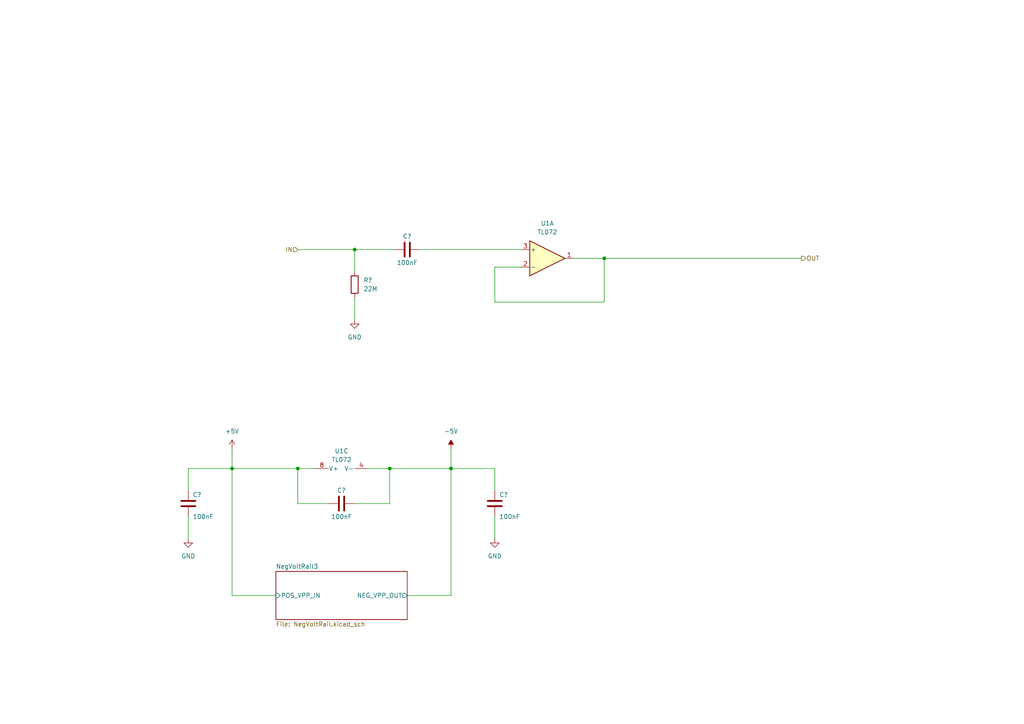
<source format=kicad_sch>
(kicad_sch (version 20211123) (generator eeschema)
  (paper "A4")
  (lib_symbols
    (symbol "Amplifier_Operational:TL072" (pin_names (offset 0.127))
      (property "Reference" "U" (at 0 5.08 0))
      (property "Value" "TL072" (at 0 -5.08 0))
      (symbol "TL072_1_1"
        (polyline (pts (xy -5.08 5.08) (xy 5.08 0) (xy -5.08 -5.08) (xy -5.08 5.08)) (stroke (width 0.254)) (fill (type background)))
        (pin output line (at 7.62 0 180) (length 2.54) (name "~") (number "1"))
        (pin input line (at -7.62 -2.54 0) (length 2.54) (name "-") (number "2"))
        (pin input line (at -7.62 2.54 0) (length 2.54) (name "+") (number "3"))
      )
      (symbol "TL072_2_1"
        (polyline (pts (xy -5.08 5.08) (xy 5.08 0) (xy -5.08 -5.08) (xy -5.08 5.08)) (stroke (width 0.254)) (fill (type background)))
        (pin input line (at -7.62 2.54 0) (length 2.54) (name "+") (number "5"))
        (pin input line (at -7.62 -2.54 0) (length 2.54) (name "-") (number "6"))
        (pin output line (at 7.62 0 180) (length 2.54) (name "~") (number "7"))
      )
      (symbol "TL072_3_1"
        (pin power_in line (at -2.54 -7.62 90) (length 3.81) (name "V-") (number "4"))
        (pin power_in line (at -2.54 7.62 270) (length 3.81) (name "V+") (number "8"))
      )
    )
    (symbol "Device:C" (pin_numbers hide) (pin_names (offset 0.254))
      (property "Reference" "C" (at 0.635 2.54 0))
      (property "Value" "C" (at 0.635 -2.54 0))
      (symbol "C_0_1"
        (polyline (pts (xy -2.032 -0.762) (xy 2.032 -0.762)) (stroke (width 0.508)))
        (polyline (pts (xy -2.032 0.762) (xy 2.032 0.762)) (stroke (width 0.508)))
      )
      (symbol "C_1_1"
        (pin passive line (at 0 3.81 270) (length 2.794) (name "~") (number "1"))
        (pin passive line (at 0 -3.81 90) (length 2.794) (name "~") (number "2"))
      )
    )
    (symbol "Device:R" (pin_numbers hide) (pin_names (offset 0))
      (property "Reference" "R" (at 2.032 0 90))
      (property "Value" "R" (at 0 0 90))
      (symbol "R_0_1"
        (rectangle (start -1.016 -2.54) (end 1.016 2.54) (stroke (width 0.254)))
      )
      (symbol "R_1_1"
        (pin passive line (at 0 3.81 270) (length 1.27) (name "~") (number "1"))
        (pin passive line (at 0 -3.81 90) (length 1.27) (name "~") (number "2"))
      )
    )
    (symbol "power:+5V" (power) (pin_names (offset 0))
      (property "Value" "+5V" (at 0 3.556 0))
      (symbol "+5V_0_1"
        (polyline (pts (xy -0.762 1.27) (xy 0 2.54)))
        (polyline (pts (xy 0 0) (xy 0 2.54)))
        (polyline (pts (xy 0 2.54) (xy 0.762 1.27)))
      )
      (symbol "+5V_1_1"
        (pin power_in line (at 0 0 90) (length 0) hide (name "+5V") (number "1"))
      )
    )
    (symbol "power:-5V" (power) (pin_names (offset 0))
      (property "Value" "-5V" (at 0 3.81 0))
      (symbol "-5V_0_0"
        (pin power_in line (at 0 0 90) (length 0) hide (name "-5V") (number "1"))
      )
      (symbol "-5V_0_1"
        (polyline (pts (xy 0 0) (xy 0 1.27) (xy 0.762 1.27) (xy 0 2.54) (xy -0.762 1.27) (xy 0 1.27)) (fill (type outline)))
      )
    )
    (symbol "power:GND" (power) (pin_names (offset 0))
      (property "Value" "GND" (at 0 -3.81 0))
      (symbol "GND_0_1"
        (polyline (pts (xy 0 0) (xy 0 -1.27) (xy 1.27 -1.27) (xy 0 -2.54) (xy -1.27 -1.27) (xy 0 -1.27)))
      )
      (symbol "GND_1_1"
        (pin power_in line (at 0 0 270) (length 0) hide (name "GND") (number "1"))
      )
    )
  )
  (junction (at 113.03 135.89))
  (junction (at 175.26 74.93))
  (junction (at 67.31 135.89))
  (junction (at 102.87 72.39))
  (junction (at 86.36 135.89))
  (junction (at 130.81 135.89))
  (wire (pts (xy 130.81 135.89) (xy 143.51 135.89)))
  (wire (pts (xy 102.87 72.39) (xy 102.87 78.74)))
  (wire (pts (xy 175.26 87.63) (xy 175.26 74.93)))
  (wire (pts (xy 54.61 135.89) (xy 67.31 135.89)))
  (wire (pts (xy 54.61 135.89) (xy 54.61 142.24)))
  (wire (pts (xy 143.51 135.89) (xy 143.51 142.24)))
  (wire (pts (xy 130.81 172.72) (xy 118.11 172.72)))
  (wire (pts (xy 121.92 72.39) (xy 151.13 72.39)))
  (wire (pts (xy 80.01 172.72) (xy 67.31 172.72)))
  (wire (pts (xy 151.13 77.47) (xy 143.51 77.47)))
  (wire (pts (xy 95.25 146.05) (xy 86.36 146.05)))
  (wire (pts (xy 113.03 146.05) (xy 113.03 135.89)))
  (wire (pts (xy 102.87 146.05) (xy 113.03 146.05)))
  (wire (pts (xy 143.51 149.86) (xy 143.51 156.21)))
  (wire (pts (xy 175.26 74.93) (xy 232.41 74.93)))
  (wire (pts (xy 54.61 149.86) (xy 54.61 156.21)))
  (wire (pts (xy 143.51 87.63) (xy 175.26 87.63)))
  (wire (pts (xy 106.68 135.89) (xy 113.03 135.89)))
  (wire (pts (xy 143.51 77.47) (xy 143.51 87.63)))
  (wire (pts (xy 166.37 74.93) (xy 175.26 74.93)))
  (wire (pts (xy 67.31 130.1679) (xy 67.31 135.89)))
  (wire (pts (xy 102.87 72.39) (xy 114.3 72.39)))
  (wire (pts (xy 113.03 135.89) (xy 130.81 135.89)))
  (wire (pts (xy 67.31 135.89) (xy 67.31 172.72)))
  (wire (pts (xy 86.36 72.39) (xy 102.87 72.39)))
  (wire (pts (xy 130.81 130.1679) (xy 130.81 135.89)))
  (wire (pts (xy 86.36 135.89) (xy 91.44 135.89)))
  (wire (pts (xy 102.87 86.36) (xy 102.87 92.71)))
  (wire (pts (xy 86.36 146.05) (xy 86.36 135.89)))
  (wire (pts (xy 67.31 135.89) (xy 86.36 135.89)))
  (wire (pts (xy 130.81 135.89) (xy 130.81 172.72)))
  (hierarchical_label "IN" (shape input) (at 86.36 72.39 180))
  (hierarchical_label "OUT" (shape output) (at 232.41 74.93 0))
  (symbol (lib_id "power:-5V") (at 130.81 130.1679 0) (unit 1)
    (property "Reference" "#PWR?" (effects hide))
    (property "Value" "-5V" (at 130.81 125.0879 0))
  )
  (symbol (lib_id "power:GND") (at 143.51 156.21 0) (unit 1)
    (property "Reference" "#PWR?" (effects hide))
    (property "Value" "GND" (at 143.51 161.29 0))
  )
  (symbol (lib_id "power:GND") (at 102.87 92.71 0) (unit 1)
    (property "Reference" "#PWR?" (effects hide))
    (property "Value" "GND" (at 102.87 97.79 0))
  )
  (symbol (lib_id "power:+5V") (at 67.31 130.1679 0) (unit 1)
    (property "Reference" "#PWR?" (effects hide))
    (property "Value" "+5V" (at 67.31 125.0879 0))
  )
  (symbol (lib_id "Device:C") (at 118.11 72.39 90) (unit 1)
    (property "Reference" "C?" (at 118.11 68.58 90))
    (property "Value" "100nF" (at 118.11 76.2 90))
    (property "Footprint" "Capacitor_SMD:C_0805_2012Metric_Pad1.18x1.45mm_HandSolder" (effects hide))
  )
  (symbol (lib_id "Amplifier_Operational:TL072") (at 99.06 133.35 90) (unit 3)
    (property "Reference" "U1" (at 99.06 130.81 90))
    (property "Value" "TL072" (at 99.06 133.35 90))
    (property "Datasheet" "http://www.ti.com/lit/ds/symlink/tl071.pdf" (effects hide))
  )
  (symbol (lib_id "Device:C") (at 143.51 146.05 180) (unit 1)
    (property "Reference" "C?" (at 144.78 143.51 0) (effects (justify right)))
    (property "Value" "100nF" (at 144.78 149.86 0) (effects (justify right)))
    (property "Footprint" "Capacitor_SMD:C_0805_2012Metric_Pad1.18x1.45mm_HandSolder" (effects hide))
  )
  (symbol (lib_id "Device:C") (at 99.06 146.05 90) (unit 1)
    (property "Reference" "C?" (at 99.06 142.24 90))
    (property "Value" "100nF" (at 99.06 149.86 90))
    (property "Footprint" "Capacitor_SMD:C_0805_2012Metric_Pad1.18x1.45mm_HandSolder" (effects hide))
  )
  (symbol (lib_id "Device:C") (at 54.61 146.05 180) (unit 1)
    (property "Reference" "C?" (at 55.88 143.51 0) (effects (justify right)))
    (property "Value" "100nF" (at 55.88 149.86 0) (effects (justify right)))
    (property "Footprint" "Capacitor_SMD:C_0805_2012Metric_Pad1.18x1.45mm_HandSolder" (effects hide))
  )
  (symbol (lib_id "Device:R") (at 102.87 82.55 0) (unit 1)
    (property "Reference" "R?" (at 105.41 81.2799 0) (effects (justify left)))
    (property "Value" "22M" (at 105.41 83.8199 0) (effects (justify left)))
  )
  (symbol (lib_id "power:GND") (at 54.61 156.21 0) (unit 1)
    (property "Reference" "#PWR?" (effects hide))
    (property "Value" "GND" (at 54.61 161.29 0))
  )
  (symbol (lib_id "Amplifier_Operational:TL072") (at 158.75 74.93 0) (unit 1)
    (property "Reference" "U1" (at 158.75 64.77 0))
    (property "Value" "TL072" (at 158.75 67.31 0))
    (property "Datasheet" "http://www.ti.com/lit/ds/symlink/tl071.pdf" (effects hide))
  )
  (sheet (at 80.01 165.7421) (size 38.1 13.97) (stroke (width 0.1524))
    (property "Sheet name" "NegVoltRail3" (at 80.01 165.0305 0) (effects (justify left bottom)))
    (property "Sheet file" "NegVoltRail.kicad_sch" (at 80.01 180.2967 0) (effects (justify left top)))
    (pin "POS_VPP_IN" input (at 80.01 172.72 180))
    (pin "NEG_VPP_OUT" output (at 118.11 172.72 0))
  )
)
</source>
